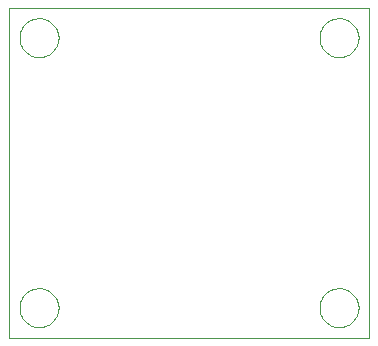
<source format=gko>
G75*
G70*
%OFA0B0*%
%FSLAX24Y24*%
%IPPOS*%
%LPD*%
%AMOC8*
5,1,8,0,0,1.08239X$1,22.5*
%
%ADD10C,0.0000*%
D10*
X000517Y000225D02*
X000517Y011225D01*
X012517Y011225D01*
X012517Y000225D01*
X000517Y000225D01*
X000867Y001225D02*
X000869Y001275D01*
X000875Y001325D01*
X000885Y001375D01*
X000898Y001423D01*
X000915Y001471D01*
X000936Y001517D01*
X000960Y001561D01*
X000988Y001603D01*
X001019Y001643D01*
X001053Y001680D01*
X001090Y001715D01*
X001129Y001746D01*
X001170Y001775D01*
X001214Y001800D01*
X001260Y001822D01*
X001307Y001840D01*
X001355Y001854D01*
X001404Y001865D01*
X001454Y001872D01*
X001504Y001875D01*
X001555Y001874D01*
X001605Y001869D01*
X001655Y001860D01*
X001703Y001848D01*
X001751Y001831D01*
X001797Y001811D01*
X001842Y001788D01*
X001885Y001761D01*
X001925Y001731D01*
X001963Y001698D01*
X001998Y001662D01*
X002031Y001623D01*
X002060Y001582D01*
X002086Y001539D01*
X002109Y001494D01*
X002128Y001447D01*
X002143Y001399D01*
X002155Y001350D01*
X002163Y001300D01*
X002167Y001250D01*
X002167Y001200D01*
X002163Y001150D01*
X002155Y001100D01*
X002143Y001051D01*
X002128Y001003D01*
X002109Y000956D01*
X002086Y000911D01*
X002060Y000868D01*
X002031Y000827D01*
X001998Y000788D01*
X001963Y000752D01*
X001925Y000719D01*
X001885Y000689D01*
X001842Y000662D01*
X001797Y000639D01*
X001751Y000619D01*
X001703Y000602D01*
X001655Y000590D01*
X001605Y000581D01*
X001555Y000576D01*
X001504Y000575D01*
X001454Y000578D01*
X001404Y000585D01*
X001355Y000596D01*
X001307Y000610D01*
X001260Y000628D01*
X001214Y000650D01*
X001170Y000675D01*
X001129Y000704D01*
X001090Y000735D01*
X001053Y000770D01*
X001019Y000807D01*
X000988Y000847D01*
X000960Y000889D01*
X000936Y000933D01*
X000915Y000979D01*
X000898Y001027D01*
X000885Y001075D01*
X000875Y001125D01*
X000869Y001175D01*
X000867Y001225D01*
X010867Y001225D02*
X010869Y001275D01*
X010875Y001325D01*
X010885Y001375D01*
X010898Y001423D01*
X010915Y001471D01*
X010936Y001517D01*
X010960Y001561D01*
X010988Y001603D01*
X011019Y001643D01*
X011053Y001680D01*
X011090Y001715D01*
X011129Y001746D01*
X011170Y001775D01*
X011214Y001800D01*
X011260Y001822D01*
X011307Y001840D01*
X011355Y001854D01*
X011404Y001865D01*
X011454Y001872D01*
X011504Y001875D01*
X011555Y001874D01*
X011605Y001869D01*
X011655Y001860D01*
X011703Y001848D01*
X011751Y001831D01*
X011797Y001811D01*
X011842Y001788D01*
X011885Y001761D01*
X011925Y001731D01*
X011963Y001698D01*
X011998Y001662D01*
X012031Y001623D01*
X012060Y001582D01*
X012086Y001539D01*
X012109Y001494D01*
X012128Y001447D01*
X012143Y001399D01*
X012155Y001350D01*
X012163Y001300D01*
X012167Y001250D01*
X012167Y001200D01*
X012163Y001150D01*
X012155Y001100D01*
X012143Y001051D01*
X012128Y001003D01*
X012109Y000956D01*
X012086Y000911D01*
X012060Y000868D01*
X012031Y000827D01*
X011998Y000788D01*
X011963Y000752D01*
X011925Y000719D01*
X011885Y000689D01*
X011842Y000662D01*
X011797Y000639D01*
X011751Y000619D01*
X011703Y000602D01*
X011655Y000590D01*
X011605Y000581D01*
X011555Y000576D01*
X011504Y000575D01*
X011454Y000578D01*
X011404Y000585D01*
X011355Y000596D01*
X011307Y000610D01*
X011260Y000628D01*
X011214Y000650D01*
X011170Y000675D01*
X011129Y000704D01*
X011090Y000735D01*
X011053Y000770D01*
X011019Y000807D01*
X010988Y000847D01*
X010960Y000889D01*
X010936Y000933D01*
X010915Y000979D01*
X010898Y001027D01*
X010885Y001075D01*
X010875Y001125D01*
X010869Y001175D01*
X010867Y001225D01*
X010867Y010225D02*
X010869Y010275D01*
X010875Y010325D01*
X010885Y010375D01*
X010898Y010423D01*
X010915Y010471D01*
X010936Y010517D01*
X010960Y010561D01*
X010988Y010603D01*
X011019Y010643D01*
X011053Y010680D01*
X011090Y010715D01*
X011129Y010746D01*
X011170Y010775D01*
X011214Y010800D01*
X011260Y010822D01*
X011307Y010840D01*
X011355Y010854D01*
X011404Y010865D01*
X011454Y010872D01*
X011504Y010875D01*
X011555Y010874D01*
X011605Y010869D01*
X011655Y010860D01*
X011703Y010848D01*
X011751Y010831D01*
X011797Y010811D01*
X011842Y010788D01*
X011885Y010761D01*
X011925Y010731D01*
X011963Y010698D01*
X011998Y010662D01*
X012031Y010623D01*
X012060Y010582D01*
X012086Y010539D01*
X012109Y010494D01*
X012128Y010447D01*
X012143Y010399D01*
X012155Y010350D01*
X012163Y010300D01*
X012167Y010250D01*
X012167Y010200D01*
X012163Y010150D01*
X012155Y010100D01*
X012143Y010051D01*
X012128Y010003D01*
X012109Y009956D01*
X012086Y009911D01*
X012060Y009868D01*
X012031Y009827D01*
X011998Y009788D01*
X011963Y009752D01*
X011925Y009719D01*
X011885Y009689D01*
X011842Y009662D01*
X011797Y009639D01*
X011751Y009619D01*
X011703Y009602D01*
X011655Y009590D01*
X011605Y009581D01*
X011555Y009576D01*
X011504Y009575D01*
X011454Y009578D01*
X011404Y009585D01*
X011355Y009596D01*
X011307Y009610D01*
X011260Y009628D01*
X011214Y009650D01*
X011170Y009675D01*
X011129Y009704D01*
X011090Y009735D01*
X011053Y009770D01*
X011019Y009807D01*
X010988Y009847D01*
X010960Y009889D01*
X010936Y009933D01*
X010915Y009979D01*
X010898Y010027D01*
X010885Y010075D01*
X010875Y010125D01*
X010869Y010175D01*
X010867Y010225D01*
X000867Y010225D02*
X000869Y010275D01*
X000875Y010325D01*
X000885Y010375D01*
X000898Y010423D01*
X000915Y010471D01*
X000936Y010517D01*
X000960Y010561D01*
X000988Y010603D01*
X001019Y010643D01*
X001053Y010680D01*
X001090Y010715D01*
X001129Y010746D01*
X001170Y010775D01*
X001214Y010800D01*
X001260Y010822D01*
X001307Y010840D01*
X001355Y010854D01*
X001404Y010865D01*
X001454Y010872D01*
X001504Y010875D01*
X001555Y010874D01*
X001605Y010869D01*
X001655Y010860D01*
X001703Y010848D01*
X001751Y010831D01*
X001797Y010811D01*
X001842Y010788D01*
X001885Y010761D01*
X001925Y010731D01*
X001963Y010698D01*
X001998Y010662D01*
X002031Y010623D01*
X002060Y010582D01*
X002086Y010539D01*
X002109Y010494D01*
X002128Y010447D01*
X002143Y010399D01*
X002155Y010350D01*
X002163Y010300D01*
X002167Y010250D01*
X002167Y010200D01*
X002163Y010150D01*
X002155Y010100D01*
X002143Y010051D01*
X002128Y010003D01*
X002109Y009956D01*
X002086Y009911D01*
X002060Y009868D01*
X002031Y009827D01*
X001998Y009788D01*
X001963Y009752D01*
X001925Y009719D01*
X001885Y009689D01*
X001842Y009662D01*
X001797Y009639D01*
X001751Y009619D01*
X001703Y009602D01*
X001655Y009590D01*
X001605Y009581D01*
X001555Y009576D01*
X001504Y009575D01*
X001454Y009578D01*
X001404Y009585D01*
X001355Y009596D01*
X001307Y009610D01*
X001260Y009628D01*
X001214Y009650D01*
X001170Y009675D01*
X001129Y009704D01*
X001090Y009735D01*
X001053Y009770D01*
X001019Y009807D01*
X000988Y009847D01*
X000960Y009889D01*
X000936Y009933D01*
X000915Y009979D01*
X000898Y010027D01*
X000885Y010075D01*
X000875Y010125D01*
X000869Y010175D01*
X000867Y010225D01*
M02*

</source>
